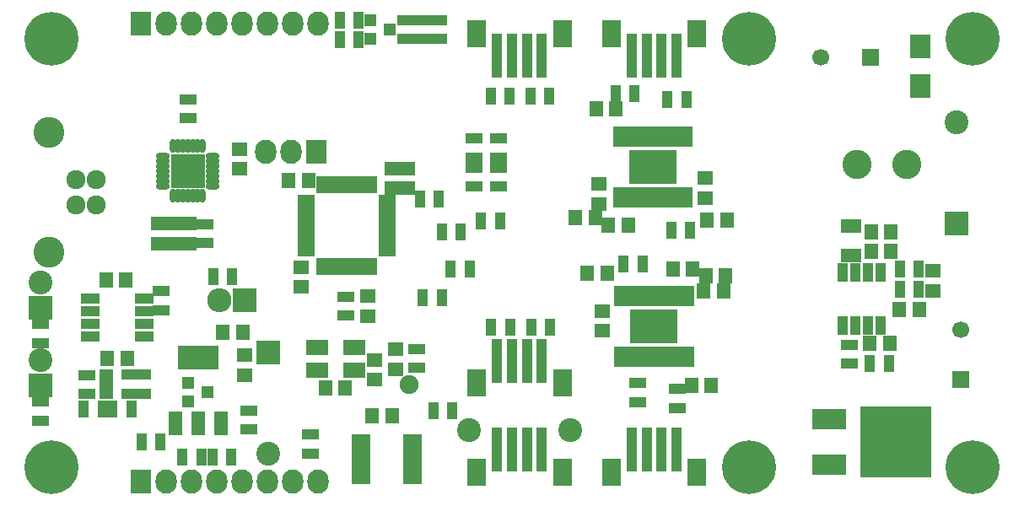
<source format=gts>
G04 #@! TF.FileFunction,Soldermask,Top*
%FSLAX46Y46*%
G04 Gerber Fmt 4.6, Leading zero omitted, Abs format (unit mm)*
G04 Created by KiCad (PCBNEW 4.0.0-stable) date 2/23/2016 1:53:35 PM*
%MOMM*%
G01*
G04 APERTURE LIST*
%ADD10C,0.100000*%
%ADD11R,3.448000X2.051000*%
%ADD12R,7.100520X7.100520*%
%ADD13C,5.400000*%
%ADD14R,1.650000X1.400000*%
%ADD15R,1.400000X1.650000*%
%ADD16R,1.700000X1.700000*%
%ADD17C,1.700000*%
%ADD18R,2.400000X2.400000*%
%ADD19C,2.400000*%
%ADD20C,2.398980*%
%ADD21R,2.398980X2.398980*%
%ADD22R,2.100000X2.400000*%
%ADD23C,2.940000*%
%ADD24C,1.901140*%
%ADD25R,2.432000X2.432000*%
%ADD26O,2.432000X2.432000*%
%ADD27R,2.127200X2.432000*%
%ADD28O,2.127200X2.432000*%
%ADD29C,1.924000*%
%ADD30C,3.100020*%
%ADD31R,1.700000X1.100000*%
%ADD32R,1.100000X1.700000*%
%ADD33R,0.648920X1.700000*%
%ADD34R,0.651460X1.700000*%
%ADD35R,1.700000X0.648920*%
%ADD36R,1.700000X0.651460*%
%ADD37R,2.299920X1.499820*%
%ADD38O,1.400760X0.648920*%
%ADD39O,0.648920X1.400760*%
%ADD40R,3.400000X3.400000*%
%ADD41C,3.400000*%
%ADD42R,1.950000X1.000000*%
%ADD43R,1.000000X1.950000*%
%ADD44R,1.460000X1.050000*%
%ADD45R,0.850000X2.050000*%
%ADD46R,4.720000X3.400000*%
%ADD47R,1.200100X1.200100*%
%ADD48R,2.000000X1.400000*%
%ADD49R,4.057600X2.432000*%
%ADD50R,1.416000X2.432000*%
%ADD51R,1.100000X4.400000*%
%ADD52R,1.900000X2.700000*%
G04 APERTURE END LIST*
D10*
D11*
X81600000Y-41698760D03*
D12*
X88249720Y-44000000D03*
D11*
X81600000Y-46301240D03*
D13*
X88100000Y-44000000D03*
X73500000Y-3500000D03*
X3500000Y-3500000D03*
X3500000Y-46500000D03*
X73500000Y-46500000D03*
X96000000Y-46500000D03*
X96000000Y-3500000D03*
D14*
X17300000Y-22100000D03*
X17300000Y-24100000D03*
D15*
X33000000Y-38600000D03*
X31000000Y-38600000D03*
D14*
X35950000Y-35750000D03*
X35950000Y-37750000D03*
X38050000Y-36700000D03*
X38050000Y-34700000D03*
X15800000Y-22100000D03*
X15800000Y-24100000D03*
X14300000Y-22100000D03*
X14300000Y-24100000D03*
X22400000Y-16600000D03*
X22400000Y-14600000D03*
X28550000Y-26450000D03*
X28550000Y-28450000D03*
D15*
X29350000Y-17750000D03*
X27350000Y-17750000D03*
D14*
X37750000Y-18550000D03*
X37750000Y-16550000D03*
X35250000Y-29350000D03*
X35250000Y-31350000D03*
X39250000Y-18550000D03*
X39250000Y-16550000D03*
D15*
X85800000Y-22900000D03*
X87800000Y-22900000D03*
X11000000Y-27700000D03*
X9000000Y-27700000D03*
X85800000Y-24900000D03*
X87800000Y-24900000D03*
X90600000Y-30700000D03*
X88600000Y-30700000D03*
D14*
X22900000Y-37300000D03*
X22900000Y-35300000D03*
D15*
X85650000Y-34050000D03*
X87650000Y-34050000D03*
X20700000Y-33000000D03*
X22700000Y-33000000D03*
D16*
X85700000Y-5400000D03*
D17*
X80700000Y-5400000D03*
D15*
X11100000Y-35600000D03*
X9100000Y-35600000D03*
D14*
X92000000Y-28800000D03*
X92000000Y-26800000D03*
D16*
X94800000Y-37700000D03*
D17*
X94800000Y-32700000D03*
D15*
X35700000Y-41400000D03*
X37700000Y-41400000D03*
X69300000Y-21700000D03*
X71300000Y-21700000D03*
D14*
X58500000Y-18100000D03*
X58500000Y-20100000D03*
D15*
X58100000Y-21500000D03*
X56100000Y-21500000D03*
X61400000Y-22200000D03*
X59400000Y-22200000D03*
X60200000Y-10550000D03*
X58200000Y-10550000D03*
X59300000Y-27100000D03*
X57300000Y-27100000D03*
X71000000Y-28800000D03*
X69000000Y-28800000D03*
X69200000Y-27300000D03*
X71200000Y-27300000D03*
X65900000Y-26600000D03*
X67900000Y-26600000D03*
X67750000Y-38300000D03*
X69750000Y-38300000D03*
D18*
X2400000Y-38300000D03*
D19*
X2400000Y-35760000D03*
D18*
X2400000Y-30500000D03*
D19*
X2400000Y-27960000D03*
D20*
X25302540Y-45160000D03*
D21*
X25302540Y-35000000D03*
D20*
X94397460Y-11940000D03*
D21*
X94397460Y-22100000D03*
D22*
X90700000Y-4250000D03*
X90700000Y-8250000D03*
D23*
X84400640Y-16100000D03*
X89399360Y-16100000D03*
D24*
X39400000Y-38200000D03*
D25*
X22900000Y-29800000D03*
D26*
X20360000Y-29800000D03*
D27*
X12500000Y-2000000D03*
D28*
X15040000Y-2000000D03*
X17580000Y-2000000D03*
X20120000Y-2000000D03*
X22660000Y-2000000D03*
X25200000Y-2000000D03*
X27740000Y-2000000D03*
X30280000Y-2000000D03*
D29*
X8000000Y-17660000D03*
X8000000Y-20200000D03*
X6001020Y-20200000D03*
X6001020Y-17660000D03*
D30*
X3301000Y-12930520D03*
X3301000Y-24929480D03*
D27*
X30100000Y-14900000D03*
D28*
X27560000Y-14900000D03*
X25020000Y-14900000D03*
D31*
X18900000Y-24050000D03*
X18900000Y-22150000D03*
X2400000Y-41850000D03*
X2400000Y-39950000D03*
X2400000Y-34050000D03*
X2400000Y-32150000D03*
X29500000Y-43250000D03*
X29500000Y-45150000D03*
D32*
X21650000Y-27400000D03*
X19750000Y-27400000D03*
D31*
X33050000Y-29400000D03*
X33050000Y-31300000D03*
D32*
X48550000Y-21800000D03*
X46650000Y-21800000D03*
D31*
X40200000Y-34650000D03*
X40200000Y-36550000D03*
X14500000Y-28850000D03*
X14500000Y-30750000D03*
D32*
X18550000Y-45500000D03*
X16650000Y-45500000D03*
X19650000Y-45500000D03*
X21550000Y-45500000D03*
X88650000Y-26600000D03*
X90550000Y-26600000D03*
D31*
X23300000Y-42750000D03*
X23300000Y-40850000D03*
D32*
X14450000Y-44000000D03*
X12550000Y-44000000D03*
X90550000Y-28700000D03*
X88650000Y-28700000D03*
D31*
X7050000Y-37300000D03*
X7050000Y-39200000D03*
D32*
X6750000Y-40700000D03*
X8650000Y-40700000D03*
X32450000Y-3600000D03*
X34350000Y-3600000D03*
X34350000Y-1700000D03*
X32450000Y-1700000D03*
D31*
X12700000Y-37250000D03*
X12700000Y-39150000D03*
D32*
X11550000Y-40700000D03*
X9650000Y-40700000D03*
D31*
X39100000Y-1650000D03*
X39100000Y-3550000D03*
D32*
X85650000Y-36100000D03*
X87550000Y-36100000D03*
D31*
X40700000Y-3550000D03*
X40700000Y-1650000D03*
X42400000Y-3550000D03*
X42400000Y-1650000D03*
X48400000Y-13550000D03*
X48400000Y-15450000D03*
X48400000Y-16450000D03*
X48400000Y-18350000D03*
X45900000Y-13550000D03*
X45900000Y-15450000D03*
X45900000Y-16450000D03*
X45900000Y-18350000D03*
D32*
X43750000Y-40900000D03*
X41850000Y-40900000D03*
X51650000Y-32500000D03*
X53550000Y-32500000D03*
X49550000Y-32500000D03*
X47650000Y-32500000D03*
X49500000Y-9250000D03*
X47600000Y-9250000D03*
X51600000Y-9250000D03*
X53500000Y-9250000D03*
X44600000Y-22950000D03*
X42700000Y-22950000D03*
X42400000Y-19650000D03*
X40500000Y-19650000D03*
X60150000Y-9050000D03*
X62050000Y-9050000D03*
X67250000Y-9600000D03*
X65350000Y-9600000D03*
X42700000Y-29550000D03*
X40800000Y-29550000D03*
X45500000Y-26650000D03*
X43600000Y-26650000D03*
D31*
X66350000Y-40600000D03*
X66350000Y-38700000D03*
X62400000Y-40000000D03*
X62400000Y-38100000D03*
D33*
X35898280Y-26347020D03*
D34*
X35397900Y-26347020D03*
X34897520Y-26347020D03*
X34397140Y-26347020D03*
D33*
X33899300Y-26347020D03*
X33398920Y-26347020D03*
X32901080Y-26347020D03*
X32400700Y-26347020D03*
D34*
X31902860Y-26347020D03*
X31402480Y-26347020D03*
X30902100Y-26347020D03*
D33*
X30401720Y-26347020D03*
D35*
X29052980Y-24998280D03*
D36*
X29052980Y-24497900D03*
X29052980Y-23997520D03*
X29052980Y-23497140D03*
D35*
X29052980Y-22999300D03*
X29052980Y-22498920D03*
X29052980Y-22001080D03*
X29052980Y-21500700D03*
D36*
X29052980Y-21002860D03*
X29052980Y-20502480D03*
X29052980Y-20002100D03*
D35*
X29052980Y-19501720D03*
D33*
X35898280Y-18152980D03*
D34*
X35397900Y-18152980D03*
X34897520Y-18152980D03*
X34397140Y-18152980D03*
D33*
X33899300Y-18152980D03*
X33398920Y-18152980D03*
X32901080Y-18152980D03*
X32400700Y-18152980D03*
D34*
X31902860Y-18152980D03*
X31402480Y-18152980D03*
X30902100Y-18152980D03*
D33*
X30401720Y-18152980D03*
D35*
X37247020Y-24998280D03*
D36*
X37247020Y-24497900D03*
X37247020Y-23997520D03*
X37247020Y-23497140D03*
D35*
X37247020Y-22999300D03*
X37247020Y-22498920D03*
X37247020Y-22001080D03*
X37247020Y-21500700D03*
D36*
X37247020Y-21002860D03*
X37247020Y-20502480D03*
X37247020Y-20002100D03*
D35*
X37247020Y-19501720D03*
D37*
X33899120Y-34499380D03*
X30200880Y-34499380D03*
X30200880Y-36800620D03*
X33899120Y-36800620D03*
D38*
X14700640Y-15298860D03*
X14700640Y-15799240D03*
X14700640Y-16299620D03*
X14700640Y-16800000D03*
X14700640Y-17300380D03*
X14700640Y-17800760D03*
X14700640Y-18301140D03*
D39*
X15698860Y-19299360D03*
X16199240Y-19299360D03*
X16699620Y-19299360D03*
X17200000Y-19299360D03*
X17700380Y-19299360D03*
X18200760Y-19299360D03*
X18701140Y-19299360D03*
D38*
X19699360Y-18301140D03*
X19699360Y-17800760D03*
X19699360Y-17300380D03*
X19699360Y-16800000D03*
X19699360Y-16299620D03*
X19699360Y-15799240D03*
X19699360Y-15298860D03*
D39*
X18701140Y-14300640D03*
X18200760Y-14300640D03*
X17700380Y-14300640D03*
X17200000Y-14300640D03*
X16699620Y-14300640D03*
X16199240Y-14300640D03*
X15698860Y-14300640D03*
D40*
X17200000Y-16800000D03*
D41*
X17200000Y-16800000D03*
D42*
X7400000Y-29595000D03*
X7400000Y-30865000D03*
X7400000Y-32135000D03*
X7400000Y-33405000D03*
X12800000Y-33405000D03*
X12800000Y-32135000D03*
X12800000Y-30865000D03*
X12800000Y-29595000D03*
D43*
X82945000Y-32350000D03*
X84215000Y-32350000D03*
X85485000Y-32350000D03*
X86755000Y-32350000D03*
X86755000Y-26950000D03*
X85485000Y-26950000D03*
X84215000Y-26950000D03*
X82945000Y-26950000D03*
D44*
X9000000Y-37250000D03*
X9000000Y-38200000D03*
X9000000Y-39150000D03*
X11200000Y-39150000D03*
X11200000Y-37250000D03*
D42*
X34620000Y-43700000D03*
X34620000Y-44700000D03*
X34620000Y-45700000D03*
X34620000Y-46700000D03*
X39780000Y-46700000D03*
X39780000Y-45700000D03*
X39780000Y-44700000D03*
X39780000Y-43700000D03*
X34620000Y-47700000D03*
X39780000Y-47700000D03*
D45*
X60325000Y-19450000D03*
X60975000Y-19450000D03*
X61625000Y-19450000D03*
X62275000Y-19450000D03*
X62925000Y-19450000D03*
X63575000Y-19450000D03*
X64225000Y-19450000D03*
X64875000Y-19450000D03*
X65525000Y-19450000D03*
X66175000Y-19450000D03*
X66825000Y-19450000D03*
X67475000Y-19450000D03*
X67475000Y-13350000D03*
X66825000Y-13350000D03*
X66175000Y-13350000D03*
X65525000Y-13350000D03*
X64875000Y-13350000D03*
X64225000Y-13350000D03*
X63575000Y-13350000D03*
X62925000Y-13350000D03*
X62275000Y-13350000D03*
X61625000Y-13350000D03*
X60975000Y-13350000D03*
X60325000Y-13350000D03*
D46*
X63900000Y-16400000D03*
D41*
X63900000Y-16400000D03*
D45*
X67575000Y-29350000D03*
X66925000Y-29350000D03*
X66275000Y-29350000D03*
X65625000Y-29350000D03*
X64975000Y-29350000D03*
X64325000Y-29350000D03*
X63675000Y-29350000D03*
X63025000Y-29350000D03*
X62375000Y-29350000D03*
X61725000Y-29350000D03*
X61075000Y-29350000D03*
X60425000Y-29350000D03*
X60425000Y-35450000D03*
X61075000Y-35450000D03*
X61725000Y-35450000D03*
X62375000Y-35450000D03*
X63025000Y-35450000D03*
X63675000Y-35450000D03*
X64325000Y-35450000D03*
X64975000Y-35450000D03*
X65625000Y-35450000D03*
X66275000Y-35450000D03*
X66925000Y-35450000D03*
X67575000Y-35450000D03*
D46*
X64000000Y-32400000D03*
D41*
X64000000Y-32400000D03*
D27*
X12500000Y-48000000D03*
D28*
X15040000Y-48000000D03*
X17580000Y-48000000D03*
X20120000Y-48000000D03*
X22660000Y-48000000D03*
X25200000Y-48000000D03*
X27740000Y-48000000D03*
X30280000Y-48000000D03*
D47*
X35499240Y-1650000D03*
X35499240Y-3550000D03*
X37498220Y-2600000D03*
D32*
X67650000Y-22700000D03*
X65750000Y-22700000D03*
X60950000Y-26100000D03*
X62850000Y-26100000D03*
D14*
X69100000Y-19500000D03*
X69100000Y-17500000D03*
X58800000Y-30850000D03*
X58800000Y-32850000D03*
D48*
X83800000Y-25300000D03*
X83800000Y-22300000D03*
D31*
X17200000Y-9600000D03*
X17200000Y-11500000D03*
D20*
X55600000Y-42800000D03*
X45440000Y-42800000D03*
D49*
X18250000Y-35548000D03*
D50*
X18250000Y-42152000D03*
X20536000Y-42152000D03*
X15964000Y-42152000D03*
D51*
X52750000Y-44750000D03*
X51250000Y-44750000D03*
X49750000Y-44750000D03*
X48250000Y-44750000D03*
D52*
X54800000Y-47000000D03*
X46200000Y-47000000D03*
D51*
X52750000Y-35850000D03*
X51250000Y-35850000D03*
X49750000Y-35850000D03*
X48250000Y-35850000D03*
D52*
X54800000Y-38100000D03*
X46200000Y-38100000D03*
D51*
X48250000Y-5250000D03*
X49750000Y-5250000D03*
X51250000Y-5250000D03*
X52750000Y-5250000D03*
D52*
X46200000Y-3000000D03*
X54800000Y-3000000D03*
D51*
X61750000Y-5250000D03*
X63250000Y-5250000D03*
X64750000Y-5250000D03*
X66250000Y-5250000D03*
D52*
X59700000Y-3000000D03*
X68300000Y-3000000D03*
D51*
X66250000Y-44750000D03*
X64750000Y-44750000D03*
X63250000Y-44750000D03*
X61750000Y-44750000D03*
D52*
X68300000Y-47000000D03*
X59700000Y-47000000D03*
D47*
X17199240Y-38050000D03*
X17199240Y-39950000D03*
X19198220Y-39000000D03*
D31*
X83600000Y-36150000D03*
X83600000Y-34250000D03*
M02*

</source>
